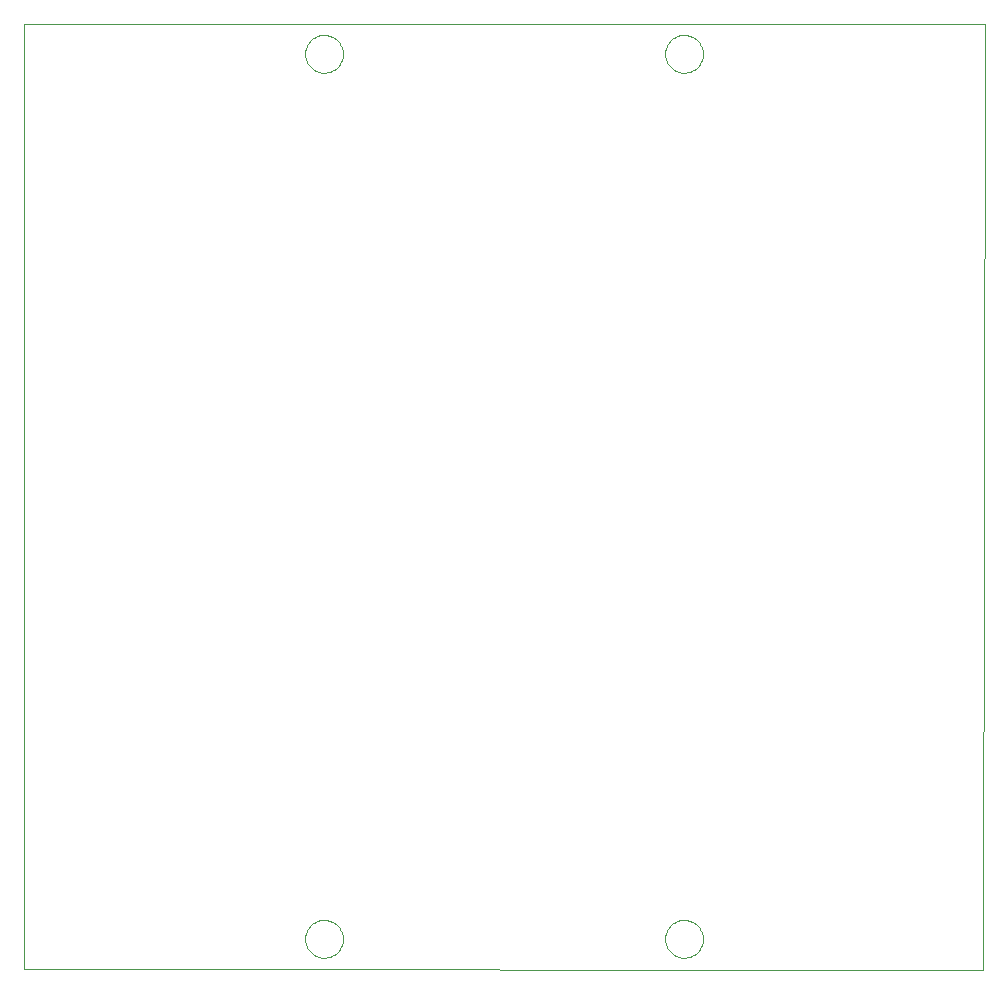
<source format=gko>
G75*
%MOIN*%
%OFA0B0*%
%FSLAX24Y24*%
%IPPOS*%
%LPD*%
%AMOC8*
5,1,8,0,0,1.08239X$1,22.5*
%
%ADD10C,0.0000*%
D10*
X003760Y002393D02*
X003760Y033889D01*
X035780Y033889D01*
X035730Y002343D01*
X003760Y002393D01*
X013130Y003393D02*
X013132Y003443D01*
X013138Y003493D01*
X013148Y003542D01*
X013162Y003590D01*
X013179Y003637D01*
X013200Y003682D01*
X013225Y003726D01*
X013253Y003767D01*
X013285Y003806D01*
X013319Y003843D01*
X013356Y003877D01*
X013396Y003907D01*
X013438Y003934D01*
X013482Y003958D01*
X013528Y003979D01*
X013575Y003995D01*
X013623Y004008D01*
X013673Y004017D01*
X013722Y004022D01*
X013773Y004023D01*
X013823Y004020D01*
X013872Y004013D01*
X013921Y004002D01*
X013969Y003987D01*
X014015Y003969D01*
X014060Y003947D01*
X014103Y003921D01*
X014144Y003892D01*
X014183Y003860D01*
X014219Y003825D01*
X014251Y003787D01*
X014281Y003747D01*
X014308Y003704D01*
X014331Y003660D01*
X014350Y003614D01*
X014366Y003566D01*
X014378Y003517D01*
X014386Y003468D01*
X014390Y003418D01*
X014390Y003368D01*
X014386Y003318D01*
X014378Y003269D01*
X014366Y003220D01*
X014350Y003172D01*
X014331Y003126D01*
X014308Y003082D01*
X014281Y003039D01*
X014251Y002999D01*
X014219Y002961D01*
X014183Y002926D01*
X014144Y002894D01*
X014103Y002865D01*
X014060Y002839D01*
X014015Y002817D01*
X013969Y002799D01*
X013921Y002784D01*
X013872Y002773D01*
X013823Y002766D01*
X013773Y002763D01*
X013722Y002764D01*
X013673Y002769D01*
X013623Y002778D01*
X013575Y002791D01*
X013528Y002807D01*
X013482Y002828D01*
X013438Y002852D01*
X013396Y002879D01*
X013356Y002909D01*
X013319Y002943D01*
X013285Y002980D01*
X013253Y003019D01*
X013225Y003060D01*
X013200Y003104D01*
X013179Y003149D01*
X013162Y003196D01*
X013148Y003244D01*
X013138Y003293D01*
X013132Y003343D01*
X013130Y003393D01*
X025130Y003393D02*
X025132Y003443D01*
X025138Y003493D01*
X025148Y003542D01*
X025162Y003590D01*
X025179Y003637D01*
X025200Y003682D01*
X025225Y003726D01*
X025253Y003767D01*
X025285Y003806D01*
X025319Y003843D01*
X025356Y003877D01*
X025396Y003907D01*
X025438Y003934D01*
X025482Y003958D01*
X025528Y003979D01*
X025575Y003995D01*
X025623Y004008D01*
X025673Y004017D01*
X025722Y004022D01*
X025773Y004023D01*
X025823Y004020D01*
X025872Y004013D01*
X025921Y004002D01*
X025969Y003987D01*
X026015Y003969D01*
X026060Y003947D01*
X026103Y003921D01*
X026144Y003892D01*
X026183Y003860D01*
X026219Y003825D01*
X026251Y003787D01*
X026281Y003747D01*
X026308Y003704D01*
X026331Y003660D01*
X026350Y003614D01*
X026366Y003566D01*
X026378Y003517D01*
X026386Y003468D01*
X026390Y003418D01*
X026390Y003368D01*
X026386Y003318D01*
X026378Y003269D01*
X026366Y003220D01*
X026350Y003172D01*
X026331Y003126D01*
X026308Y003082D01*
X026281Y003039D01*
X026251Y002999D01*
X026219Y002961D01*
X026183Y002926D01*
X026144Y002894D01*
X026103Y002865D01*
X026060Y002839D01*
X026015Y002817D01*
X025969Y002799D01*
X025921Y002784D01*
X025872Y002773D01*
X025823Y002766D01*
X025773Y002763D01*
X025722Y002764D01*
X025673Y002769D01*
X025623Y002778D01*
X025575Y002791D01*
X025528Y002807D01*
X025482Y002828D01*
X025438Y002852D01*
X025396Y002879D01*
X025356Y002909D01*
X025319Y002943D01*
X025285Y002980D01*
X025253Y003019D01*
X025225Y003060D01*
X025200Y003104D01*
X025179Y003149D01*
X025162Y003196D01*
X025148Y003244D01*
X025138Y003293D01*
X025132Y003343D01*
X025130Y003393D01*
X025130Y032893D02*
X025132Y032943D01*
X025138Y032993D01*
X025148Y033042D01*
X025162Y033090D01*
X025179Y033137D01*
X025200Y033182D01*
X025225Y033226D01*
X025253Y033267D01*
X025285Y033306D01*
X025319Y033343D01*
X025356Y033377D01*
X025396Y033407D01*
X025438Y033434D01*
X025482Y033458D01*
X025528Y033479D01*
X025575Y033495D01*
X025623Y033508D01*
X025673Y033517D01*
X025722Y033522D01*
X025773Y033523D01*
X025823Y033520D01*
X025872Y033513D01*
X025921Y033502D01*
X025969Y033487D01*
X026015Y033469D01*
X026060Y033447D01*
X026103Y033421D01*
X026144Y033392D01*
X026183Y033360D01*
X026219Y033325D01*
X026251Y033287D01*
X026281Y033247D01*
X026308Y033204D01*
X026331Y033160D01*
X026350Y033114D01*
X026366Y033066D01*
X026378Y033017D01*
X026386Y032968D01*
X026390Y032918D01*
X026390Y032868D01*
X026386Y032818D01*
X026378Y032769D01*
X026366Y032720D01*
X026350Y032672D01*
X026331Y032626D01*
X026308Y032582D01*
X026281Y032539D01*
X026251Y032499D01*
X026219Y032461D01*
X026183Y032426D01*
X026144Y032394D01*
X026103Y032365D01*
X026060Y032339D01*
X026015Y032317D01*
X025969Y032299D01*
X025921Y032284D01*
X025872Y032273D01*
X025823Y032266D01*
X025773Y032263D01*
X025722Y032264D01*
X025673Y032269D01*
X025623Y032278D01*
X025575Y032291D01*
X025528Y032307D01*
X025482Y032328D01*
X025438Y032352D01*
X025396Y032379D01*
X025356Y032409D01*
X025319Y032443D01*
X025285Y032480D01*
X025253Y032519D01*
X025225Y032560D01*
X025200Y032604D01*
X025179Y032649D01*
X025162Y032696D01*
X025148Y032744D01*
X025138Y032793D01*
X025132Y032843D01*
X025130Y032893D01*
X013130Y032893D02*
X013132Y032943D01*
X013138Y032993D01*
X013148Y033042D01*
X013162Y033090D01*
X013179Y033137D01*
X013200Y033182D01*
X013225Y033226D01*
X013253Y033267D01*
X013285Y033306D01*
X013319Y033343D01*
X013356Y033377D01*
X013396Y033407D01*
X013438Y033434D01*
X013482Y033458D01*
X013528Y033479D01*
X013575Y033495D01*
X013623Y033508D01*
X013673Y033517D01*
X013722Y033522D01*
X013773Y033523D01*
X013823Y033520D01*
X013872Y033513D01*
X013921Y033502D01*
X013969Y033487D01*
X014015Y033469D01*
X014060Y033447D01*
X014103Y033421D01*
X014144Y033392D01*
X014183Y033360D01*
X014219Y033325D01*
X014251Y033287D01*
X014281Y033247D01*
X014308Y033204D01*
X014331Y033160D01*
X014350Y033114D01*
X014366Y033066D01*
X014378Y033017D01*
X014386Y032968D01*
X014390Y032918D01*
X014390Y032868D01*
X014386Y032818D01*
X014378Y032769D01*
X014366Y032720D01*
X014350Y032672D01*
X014331Y032626D01*
X014308Y032582D01*
X014281Y032539D01*
X014251Y032499D01*
X014219Y032461D01*
X014183Y032426D01*
X014144Y032394D01*
X014103Y032365D01*
X014060Y032339D01*
X014015Y032317D01*
X013969Y032299D01*
X013921Y032284D01*
X013872Y032273D01*
X013823Y032266D01*
X013773Y032263D01*
X013722Y032264D01*
X013673Y032269D01*
X013623Y032278D01*
X013575Y032291D01*
X013528Y032307D01*
X013482Y032328D01*
X013438Y032352D01*
X013396Y032379D01*
X013356Y032409D01*
X013319Y032443D01*
X013285Y032480D01*
X013253Y032519D01*
X013225Y032560D01*
X013200Y032604D01*
X013179Y032649D01*
X013162Y032696D01*
X013148Y032744D01*
X013138Y032793D01*
X013132Y032843D01*
X013130Y032893D01*
M02*

</source>
